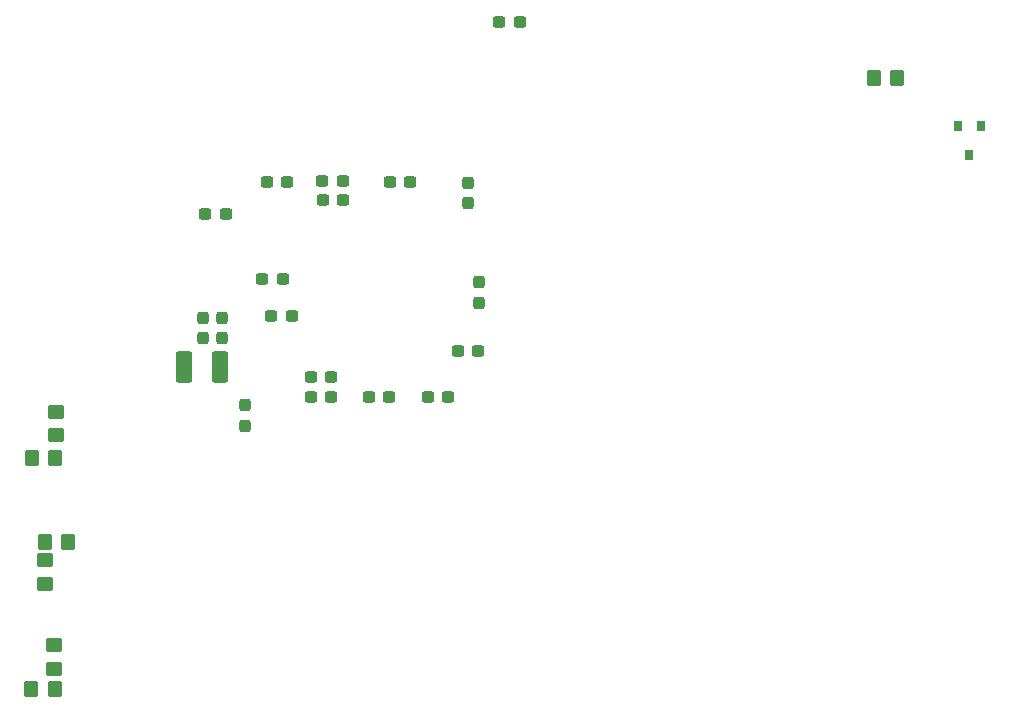
<source format=gbp>
G04 #@! TF.GenerationSoftware,KiCad,Pcbnew,(6.0.0-0)*
G04 #@! TF.CreationDate,2023-02-02T14:04:44-07:00*
G04 #@! TF.ProjectId,EVCU,45564355-2e6b-4696-9361-645f70636258,rev?*
G04 #@! TF.SameCoordinates,Original*
G04 #@! TF.FileFunction,Paste,Bot*
G04 #@! TF.FilePolarity,Positive*
%FSLAX46Y46*%
G04 Gerber Fmt 4.6, Leading zero omitted, Abs format (unit mm)*
G04 Created by KiCad (PCBNEW (6.0.0-0)) date 2023-02-02 14:04:44*
%MOMM*%
%LPD*%
G01*
G04 APERTURE LIST*
G04 Aperture macros list*
%AMRoundRect*
0 Rectangle with rounded corners*
0 $1 Rounding radius*
0 $2 $3 $4 $5 $6 $7 $8 $9 X,Y pos of 4 corners*
0 Add a 4 corners polygon primitive as box body*
4,1,4,$2,$3,$4,$5,$6,$7,$8,$9,$2,$3,0*
0 Add four circle primitives for the rounded corners*
1,1,$1+$1,$2,$3*
1,1,$1+$1,$4,$5*
1,1,$1+$1,$6,$7*
1,1,$1+$1,$8,$9*
0 Add four rect primitives between the rounded corners*
20,1,$1+$1,$2,$3,$4,$5,0*
20,1,$1+$1,$4,$5,$6,$7,0*
20,1,$1+$1,$6,$7,$8,$9,0*
20,1,$1+$1,$8,$9,$2,$3,0*%
G04 Aperture macros list end*
%ADD10RoundRect,0.237500X-0.300000X-0.237500X0.300000X-0.237500X0.300000X0.237500X-0.300000X0.237500X0*%
%ADD11RoundRect,0.250001X-0.462499X-1.074999X0.462499X-1.074999X0.462499X1.074999X-0.462499X1.074999X0*%
%ADD12RoundRect,0.237500X0.237500X-0.300000X0.237500X0.300000X-0.237500X0.300000X-0.237500X-0.300000X0*%
%ADD13RoundRect,0.237500X0.300000X0.237500X-0.300000X0.237500X-0.300000X-0.237500X0.300000X-0.237500X0*%
%ADD14RoundRect,0.250000X0.450000X-0.350000X0.450000X0.350000X-0.450000X0.350000X-0.450000X-0.350000X0*%
%ADD15RoundRect,0.250000X-0.450000X0.350000X-0.450000X-0.350000X0.450000X-0.350000X0.450000X0.350000X0*%
%ADD16RoundRect,0.250000X-0.350000X-0.450000X0.350000X-0.450000X0.350000X0.450000X-0.350000X0.450000X0*%
%ADD17RoundRect,0.237500X-0.237500X0.300000X-0.237500X-0.300000X0.237500X-0.300000X0.237500X0.300000X0*%
%ADD18R,0.800000X0.900000*%
%ADD19RoundRect,0.250000X0.350000X0.450000X-0.350000X0.450000X-0.350000X-0.450000X0.350000X-0.450000X0*%
G04 APERTURE END LIST*
D10*
X58954500Y-49961800D03*
X60679500Y-49961800D03*
D11*
X41565500Y-65608200D03*
X44540500Y-65608200D03*
D12*
X66471800Y-60171500D03*
X66471800Y-58446500D03*
D10*
X48515100Y-49987200D03*
X50240100Y-49987200D03*
D13*
X54989900Y-51460400D03*
X53264900Y-51460400D03*
X63905300Y-68199000D03*
X62180300Y-68199000D03*
D14*
X30673800Y-71408800D03*
X30673800Y-69408800D03*
D13*
X53973900Y-68173600D03*
X52248900Y-68173600D03*
D15*
X29784800Y-81981800D03*
X29784800Y-83981800D03*
D13*
X53973900Y-66497200D03*
X52248900Y-66497200D03*
X58901500Y-68199000D03*
X57176500Y-68199000D03*
D14*
X30521400Y-91170000D03*
X30521400Y-89170000D03*
D13*
X54964500Y-49885600D03*
X53239500Y-49885600D03*
X66419900Y-64287400D03*
X64694900Y-64287400D03*
D16*
X99904000Y-41190300D03*
X101904000Y-41190300D03*
D13*
X69950500Y-36449000D03*
X68225500Y-36449000D03*
D10*
X48159500Y-58166000D03*
X49884500Y-58166000D03*
D16*
X29724600Y-80441800D03*
X31724600Y-80441800D03*
D10*
X48921500Y-61315600D03*
X50646500Y-61315600D03*
D12*
X43154600Y-63169800D03*
X43154600Y-61444800D03*
D13*
X45058500Y-52705000D03*
X43333500Y-52705000D03*
D17*
X46685200Y-68860500D03*
X46685200Y-70585500D03*
D12*
X44729400Y-63169800D03*
X44729400Y-61444800D03*
D18*
X107066000Y-45248100D03*
X108966000Y-45248100D03*
X108016000Y-47648100D03*
D19*
X30632400Y-73329800D03*
X28632400Y-73329800D03*
D17*
X65532000Y-50038000D03*
X65532000Y-51763000D03*
D19*
X30581600Y-92862400D03*
X28581600Y-92862400D03*
M02*

</source>
